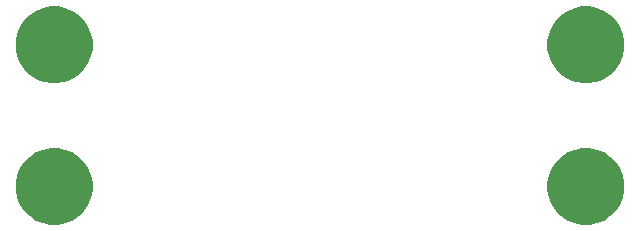
<source format=gbr>
G04 #@! TF.GenerationSoftware,KiCad,Pcbnew,(5.0.2)-1*
G04 #@! TF.CreationDate,2019-05-10T14:36:23+02:00*
G04 #@! TF.ProjectId,137Mhz-BandPass-Filter,3133374d-687a-42d4-9261-6e6450617373,rev?*
G04 #@! TF.SameCoordinates,Original*
G04 #@! TF.FileFunction,Soldermask,Bot*
G04 #@! TF.FilePolarity,Negative*
%FSLAX46Y46*%
G04 Gerber Fmt 4.6, Leading zero omitted, Abs format (unit mm)*
G04 Created by KiCad (PCBNEW (5.0.2)-1) date 05/10/19 14:36:23*
%MOMM*%
%LPD*%
G01*
G04 APERTURE LIST*
%ADD10C,0.100000*%
G04 APERTURE END LIST*
D10*
G36*
X156634239Y-122811467D02*
X156948282Y-122873934D01*
X157539926Y-123119001D01*
X158068802Y-123472385D01*
X158072395Y-123474786D01*
X158525214Y-123927605D01*
X158525216Y-123927608D01*
X158880999Y-124460074D01*
X159126066Y-125051718D01*
X159251000Y-125679804D01*
X159251000Y-126320196D01*
X159126066Y-126948282D01*
X158880999Y-127539926D01*
X158527615Y-128068802D01*
X158525214Y-128072395D01*
X158072395Y-128525214D01*
X158072392Y-128525216D01*
X157539926Y-128880999D01*
X156948282Y-129126066D01*
X156634239Y-129188533D01*
X156320197Y-129251000D01*
X155679803Y-129251000D01*
X155365761Y-129188533D01*
X155051718Y-129126066D01*
X154460074Y-128880999D01*
X153927608Y-128525216D01*
X153927605Y-128525214D01*
X153474786Y-128072395D01*
X153472385Y-128068802D01*
X153119001Y-127539926D01*
X152873934Y-126948282D01*
X152749000Y-126320196D01*
X152749000Y-125679804D01*
X152873934Y-125051718D01*
X153119001Y-124460074D01*
X153474784Y-123927608D01*
X153474786Y-123927605D01*
X153927605Y-123474786D01*
X153931198Y-123472385D01*
X154460074Y-123119001D01*
X155051718Y-122873934D01*
X155365761Y-122811467D01*
X155679803Y-122749000D01*
X156320197Y-122749000D01*
X156634239Y-122811467D01*
X156634239Y-122811467D01*
G37*
G36*
X111634239Y-122811467D02*
X111948282Y-122873934D01*
X112539926Y-123119001D01*
X113068802Y-123472385D01*
X113072395Y-123474786D01*
X113525214Y-123927605D01*
X113525216Y-123927608D01*
X113880999Y-124460074D01*
X114126066Y-125051718D01*
X114251000Y-125679804D01*
X114251000Y-126320196D01*
X114126066Y-126948282D01*
X113880999Y-127539926D01*
X113527615Y-128068802D01*
X113525214Y-128072395D01*
X113072395Y-128525214D01*
X113072392Y-128525216D01*
X112539926Y-128880999D01*
X111948282Y-129126066D01*
X111634239Y-129188533D01*
X111320197Y-129251000D01*
X110679803Y-129251000D01*
X110365761Y-129188533D01*
X110051718Y-129126066D01*
X109460074Y-128880999D01*
X108927608Y-128525216D01*
X108927605Y-128525214D01*
X108474786Y-128072395D01*
X108472385Y-128068802D01*
X108119001Y-127539926D01*
X107873934Y-126948282D01*
X107749000Y-126320196D01*
X107749000Y-125679804D01*
X107873934Y-125051718D01*
X108119001Y-124460074D01*
X108474784Y-123927608D01*
X108474786Y-123927605D01*
X108927605Y-123474786D01*
X108931198Y-123472385D01*
X109460074Y-123119001D01*
X110051718Y-122873934D01*
X110365761Y-122811467D01*
X110679803Y-122749000D01*
X111320197Y-122749000D01*
X111634239Y-122811467D01*
X111634239Y-122811467D01*
G37*
G36*
X156634239Y-110811467D02*
X156948282Y-110873934D01*
X157539926Y-111119001D01*
X158068802Y-111472385D01*
X158072395Y-111474786D01*
X158525214Y-111927605D01*
X158525216Y-111927608D01*
X158880999Y-112460074D01*
X159126066Y-113051718D01*
X159251000Y-113679804D01*
X159251000Y-114320196D01*
X159126066Y-114948282D01*
X158880999Y-115539926D01*
X158527615Y-116068802D01*
X158525214Y-116072395D01*
X158072395Y-116525214D01*
X158072392Y-116525216D01*
X157539926Y-116880999D01*
X156948282Y-117126066D01*
X156634239Y-117188533D01*
X156320197Y-117251000D01*
X155679803Y-117251000D01*
X155365761Y-117188533D01*
X155051718Y-117126066D01*
X154460074Y-116880999D01*
X153927608Y-116525216D01*
X153927605Y-116525214D01*
X153474786Y-116072395D01*
X153472385Y-116068802D01*
X153119001Y-115539926D01*
X152873934Y-114948282D01*
X152749000Y-114320196D01*
X152749000Y-113679804D01*
X152873934Y-113051718D01*
X153119001Y-112460074D01*
X153474784Y-111927608D01*
X153474786Y-111927605D01*
X153927605Y-111474786D01*
X153931198Y-111472385D01*
X154460074Y-111119001D01*
X155051718Y-110873934D01*
X155365761Y-110811467D01*
X155679803Y-110749000D01*
X156320197Y-110749000D01*
X156634239Y-110811467D01*
X156634239Y-110811467D01*
G37*
G36*
X111634239Y-110811467D02*
X111948282Y-110873934D01*
X112539926Y-111119001D01*
X113068802Y-111472385D01*
X113072395Y-111474786D01*
X113525214Y-111927605D01*
X113525216Y-111927608D01*
X113880999Y-112460074D01*
X114126066Y-113051718D01*
X114251000Y-113679804D01*
X114251000Y-114320196D01*
X114126066Y-114948282D01*
X113880999Y-115539926D01*
X113527615Y-116068802D01*
X113525214Y-116072395D01*
X113072395Y-116525214D01*
X113072392Y-116525216D01*
X112539926Y-116880999D01*
X111948282Y-117126066D01*
X111634239Y-117188533D01*
X111320197Y-117251000D01*
X110679803Y-117251000D01*
X110365761Y-117188533D01*
X110051718Y-117126066D01*
X109460074Y-116880999D01*
X108927608Y-116525216D01*
X108927605Y-116525214D01*
X108474786Y-116072395D01*
X108472385Y-116068802D01*
X108119001Y-115539926D01*
X107873934Y-114948282D01*
X107749000Y-114320196D01*
X107749000Y-113679804D01*
X107873934Y-113051718D01*
X108119001Y-112460074D01*
X108474784Y-111927608D01*
X108474786Y-111927605D01*
X108927605Y-111474786D01*
X108931198Y-111472385D01*
X109460074Y-111119001D01*
X110051718Y-110873934D01*
X110365761Y-110811467D01*
X110679803Y-110749000D01*
X111320197Y-110749000D01*
X111634239Y-110811467D01*
X111634239Y-110811467D01*
G37*
M02*

</source>
